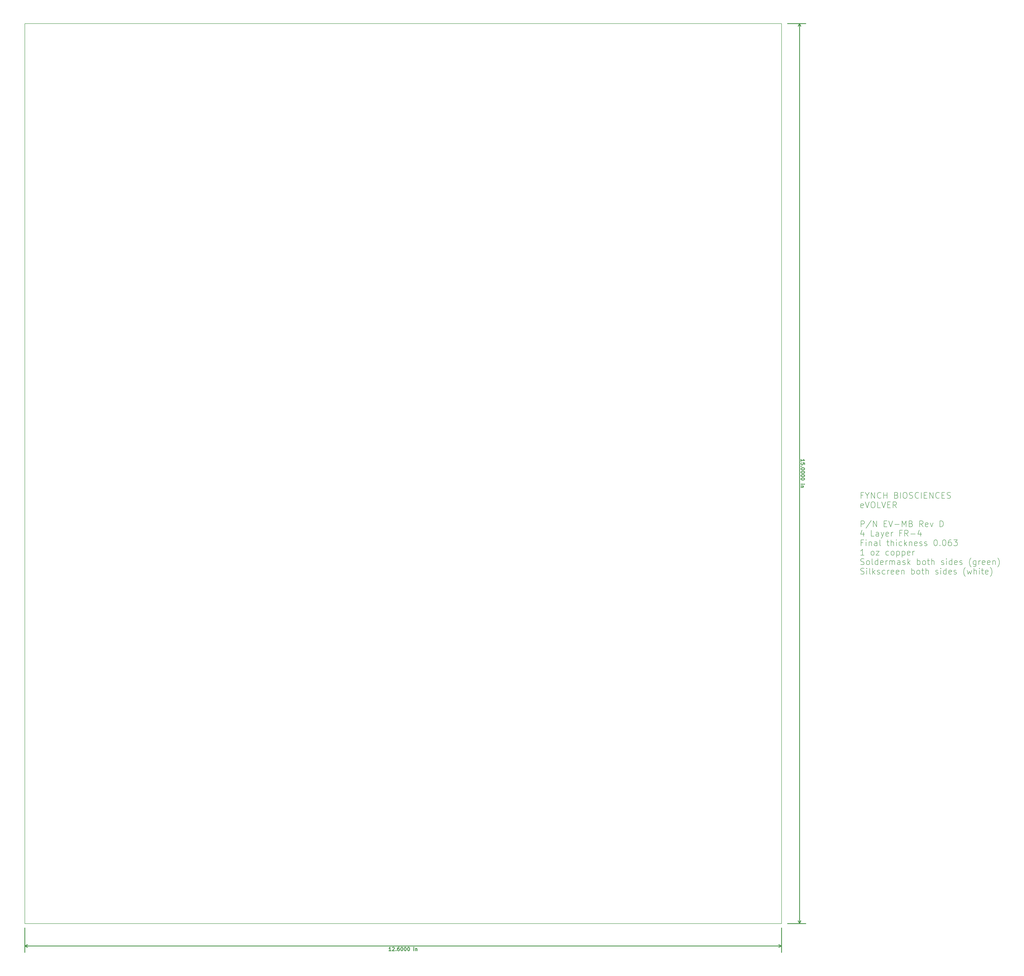
<source format=gbr>
G04 #@! TF.FileFunction,Drawing*
%FSLAX46Y46*%
G04 Gerber Fmt 4.6, Leading zero omitted, Abs format (unit mm)*
G04 Created by KiCad (PCBNEW 4.0.7) date Wednesday, October 10, 2018 'PMt' 11:05:21 PM*
%MOMM*%
%LPD*%
G01*
G04 APERTURE LIST*
%ADD10C,0.100000*%
%ADD11C,0.300000*%
%ADD12C,0.203200*%
%ADD13C,0.150000*%
G04 APERTURE END LIST*
D10*
D11*
X180312858Y-409063571D02*
X179455715Y-409063571D01*
X179884287Y-409063571D02*
X179884287Y-407563571D01*
X179741430Y-407777857D01*
X179598572Y-407920714D01*
X179455715Y-407992143D01*
X180884286Y-407706429D02*
X180955715Y-407635000D01*
X181098572Y-407563571D01*
X181455715Y-407563571D01*
X181598572Y-407635000D01*
X181670001Y-407706429D01*
X181741429Y-407849286D01*
X181741429Y-407992143D01*
X181670001Y-408206429D01*
X180812858Y-409063571D01*
X181741429Y-409063571D01*
X182384286Y-408920714D02*
X182455714Y-408992143D01*
X182384286Y-409063571D01*
X182312857Y-408992143D01*
X182384286Y-408920714D01*
X182384286Y-409063571D01*
X183741429Y-407563571D02*
X183455715Y-407563571D01*
X183312858Y-407635000D01*
X183241429Y-407706429D01*
X183098572Y-407920714D01*
X183027143Y-408206429D01*
X183027143Y-408777857D01*
X183098572Y-408920714D01*
X183170000Y-408992143D01*
X183312858Y-409063571D01*
X183598572Y-409063571D01*
X183741429Y-408992143D01*
X183812858Y-408920714D01*
X183884286Y-408777857D01*
X183884286Y-408420714D01*
X183812858Y-408277857D01*
X183741429Y-408206429D01*
X183598572Y-408135000D01*
X183312858Y-408135000D01*
X183170000Y-408206429D01*
X183098572Y-408277857D01*
X183027143Y-408420714D01*
X184812857Y-407563571D02*
X184955714Y-407563571D01*
X185098571Y-407635000D01*
X185170000Y-407706429D01*
X185241429Y-407849286D01*
X185312857Y-408135000D01*
X185312857Y-408492143D01*
X185241429Y-408777857D01*
X185170000Y-408920714D01*
X185098571Y-408992143D01*
X184955714Y-409063571D01*
X184812857Y-409063571D01*
X184670000Y-408992143D01*
X184598571Y-408920714D01*
X184527143Y-408777857D01*
X184455714Y-408492143D01*
X184455714Y-408135000D01*
X184527143Y-407849286D01*
X184598571Y-407706429D01*
X184670000Y-407635000D01*
X184812857Y-407563571D01*
X186241428Y-407563571D02*
X186384285Y-407563571D01*
X186527142Y-407635000D01*
X186598571Y-407706429D01*
X186670000Y-407849286D01*
X186741428Y-408135000D01*
X186741428Y-408492143D01*
X186670000Y-408777857D01*
X186598571Y-408920714D01*
X186527142Y-408992143D01*
X186384285Y-409063571D01*
X186241428Y-409063571D01*
X186098571Y-408992143D01*
X186027142Y-408920714D01*
X185955714Y-408777857D01*
X185884285Y-408492143D01*
X185884285Y-408135000D01*
X185955714Y-407849286D01*
X186027142Y-407706429D01*
X186098571Y-407635000D01*
X186241428Y-407563571D01*
X187669999Y-407563571D02*
X187812856Y-407563571D01*
X187955713Y-407635000D01*
X188027142Y-407706429D01*
X188098571Y-407849286D01*
X188169999Y-408135000D01*
X188169999Y-408492143D01*
X188098571Y-408777857D01*
X188027142Y-408920714D01*
X187955713Y-408992143D01*
X187812856Y-409063571D01*
X187669999Y-409063571D01*
X187527142Y-408992143D01*
X187455713Y-408920714D01*
X187384285Y-408777857D01*
X187312856Y-408492143D01*
X187312856Y-408135000D01*
X187384285Y-407849286D01*
X187455713Y-407706429D01*
X187527142Y-407635000D01*
X187669999Y-407563571D01*
X189955713Y-409063571D02*
X189955713Y-408063571D01*
X189955713Y-407563571D02*
X189884284Y-407635000D01*
X189955713Y-407706429D01*
X190027141Y-407635000D01*
X189955713Y-407563571D01*
X189955713Y-407706429D01*
X190669999Y-408063571D02*
X190669999Y-409063571D01*
X190669999Y-408206429D02*
X190741427Y-408135000D01*
X190884285Y-408063571D01*
X191098570Y-408063571D01*
X191241427Y-408135000D01*
X191312856Y-408277857D01*
X191312856Y-409063571D01*
X25400000Y-407035000D02*
X345440000Y-407035000D01*
X25400000Y-399415000D02*
X25400000Y-409735000D01*
X345440000Y-399415000D02*
X345440000Y-409735000D01*
X345440000Y-407035000D02*
X344313496Y-407621421D01*
X345440000Y-407035000D02*
X344313496Y-406448579D01*
X25400000Y-407035000D02*
X26526504Y-407621421D01*
X25400000Y-407035000D02*
X26526504Y-406448579D01*
X353731429Y-201902858D02*
X353731429Y-201045715D01*
X353731429Y-201474287D02*
X355231429Y-201474287D01*
X355017143Y-201331430D01*
X354874286Y-201188572D01*
X354802857Y-201045715D01*
X355231429Y-203260001D02*
X355231429Y-202545715D01*
X354517143Y-202474286D01*
X354588571Y-202545715D01*
X354660000Y-202688572D01*
X354660000Y-203045715D01*
X354588571Y-203188572D01*
X354517143Y-203260001D01*
X354374286Y-203331429D01*
X354017143Y-203331429D01*
X353874286Y-203260001D01*
X353802857Y-203188572D01*
X353731429Y-203045715D01*
X353731429Y-202688572D01*
X353802857Y-202545715D01*
X353874286Y-202474286D01*
X353874286Y-203974286D02*
X353802857Y-204045714D01*
X353731429Y-203974286D01*
X353802857Y-203902857D01*
X353874286Y-203974286D01*
X353731429Y-203974286D01*
X355231429Y-204974286D02*
X355231429Y-205117143D01*
X355160000Y-205260000D01*
X355088571Y-205331429D01*
X354945714Y-205402858D01*
X354660000Y-205474286D01*
X354302857Y-205474286D01*
X354017143Y-205402858D01*
X353874286Y-205331429D01*
X353802857Y-205260000D01*
X353731429Y-205117143D01*
X353731429Y-204974286D01*
X353802857Y-204831429D01*
X353874286Y-204760000D01*
X354017143Y-204688572D01*
X354302857Y-204617143D01*
X354660000Y-204617143D01*
X354945714Y-204688572D01*
X355088571Y-204760000D01*
X355160000Y-204831429D01*
X355231429Y-204974286D01*
X355231429Y-206402857D02*
X355231429Y-206545714D01*
X355160000Y-206688571D01*
X355088571Y-206760000D01*
X354945714Y-206831429D01*
X354660000Y-206902857D01*
X354302857Y-206902857D01*
X354017143Y-206831429D01*
X353874286Y-206760000D01*
X353802857Y-206688571D01*
X353731429Y-206545714D01*
X353731429Y-206402857D01*
X353802857Y-206260000D01*
X353874286Y-206188571D01*
X354017143Y-206117143D01*
X354302857Y-206045714D01*
X354660000Y-206045714D01*
X354945714Y-206117143D01*
X355088571Y-206188571D01*
X355160000Y-206260000D01*
X355231429Y-206402857D01*
X355231429Y-207831428D02*
X355231429Y-207974285D01*
X355160000Y-208117142D01*
X355088571Y-208188571D01*
X354945714Y-208260000D01*
X354660000Y-208331428D01*
X354302857Y-208331428D01*
X354017143Y-208260000D01*
X353874286Y-208188571D01*
X353802857Y-208117142D01*
X353731429Y-207974285D01*
X353731429Y-207831428D01*
X353802857Y-207688571D01*
X353874286Y-207617142D01*
X354017143Y-207545714D01*
X354302857Y-207474285D01*
X354660000Y-207474285D01*
X354945714Y-207545714D01*
X355088571Y-207617142D01*
X355160000Y-207688571D01*
X355231429Y-207831428D01*
X355231429Y-209259999D02*
X355231429Y-209402856D01*
X355160000Y-209545713D01*
X355088571Y-209617142D01*
X354945714Y-209688571D01*
X354660000Y-209759999D01*
X354302857Y-209759999D01*
X354017143Y-209688571D01*
X353874286Y-209617142D01*
X353802857Y-209545713D01*
X353731429Y-209402856D01*
X353731429Y-209259999D01*
X353802857Y-209117142D01*
X353874286Y-209045713D01*
X354017143Y-208974285D01*
X354302857Y-208902856D01*
X354660000Y-208902856D01*
X354945714Y-208974285D01*
X355088571Y-209045713D01*
X355160000Y-209117142D01*
X355231429Y-209259999D01*
X353731429Y-211545713D02*
X354731429Y-211545713D01*
X355231429Y-211545713D02*
X355160000Y-211474284D01*
X355088571Y-211545713D01*
X355160000Y-211617141D01*
X355231429Y-211545713D01*
X355088571Y-211545713D01*
X354731429Y-212259999D02*
X353731429Y-212259999D01*
X354588571Y-212259999D02*
X354660000Y-212331427D01*
X354731429Y-212474285D01*
X354731429Y-212688570D01*
X354660000Y-212831427D01*
X354517143Y-212902856D01*
X353731429Y-212902856D01*
X353060000Y-16510000D02*
X353060000Y-397510000D01*
X347980000Y-16510000D02*
X355760000Y-16510000D01*
X347980000Y-397510000D02*
X355760000Y-397510000D01*
X353060000Y-397510000D02*
X352473579Y-396383496D01*
X353060000Y-397510000D02*
X353646421Y-396383496D01*
X353060000Y-16510000D02*
X352473579Y-17636504D01*
X353060000Y-16510000D02*
X353646421Y-17636504D01*
D12*
X379911429Y-216175771D02*
X379064762Y-216175771D01*
X379064762Y-217506248D02*
X379064762Y-214966248D01*
X380274286Y-214966248D01*
X381725714Y-216296724D02*
X381725714Y-217506248D01*
X380879048Y-214966248D02*
X381725714Y-216296724D01*
X382572381Y-214966248D01*
X383419048Y-217506248D02*
X383419048Y-214966248D01*
X384870476Y-217506248D01*
X384870476Y-214966248D01*
X387531428Y-217264343D02*
X387410476Y-217385295D01*
X387047619Y-217506248D01*
X386805714Y-217506248D01*
X386442857Y-217385295D01*
X386200952Y-217143390D01*
X386080000Y-216901486D01*
X385959048Y-216417676D01*
X385959048Y-216054819D01*
X386080000Y-215571010D01*
X386200952Y-215329105D01*
X386442857Y-215087200D01*
X386805714Y-214966248D01*
X387047619Y-214966248D01*
X387410476Y-215087200D01*
X387531428Y-215208152D01*
X388620000Y-217506248D02*
X388620000Y-214966248D01*
X388620000Y-216175771D02*
X390071428Y-216175771D01*
X390071428Y-217506248D02*
X390071428Y-214966248D01*
X394062857Y-216175771D02*
X394425714Y-216296724D01*
X394546666Y-216417676D01*
X394667618Y-216659581D01*
X394667618Y-217022438D01*
X394546666Y-217264343D01*
X394425714Y-217385295D01*
X394183809Y-217506248D01*
X393216190Y-217506248D01*
X393216190Y-214966248D01*
X394062857Y-214966248D01*
X394304761Y-215087200D01*
X394425714Y-215208152D01*
X394546666Y-215450057D01*
X394546666Y-215691962D01*
X394425714Y-215933867D01*
X394304761Y-216054819D01*
X394062857Y-216175771D01*
X393216190Y-216175771D01*
X395756190Y-217506248D02*
X395756190Y-214966248D01*
X397449523Y-214966248D02*
X397933333Y-214966248D01*
X398175238Y-215087200D01*
X398417142Y-215329105D01*
X398538095Y-215812914D01*
X398538095Y-216659581D01*
X398417142Y-217143390D01*
X398175238Y-217385295D01*
X397933333Y-217506248D01*
X397449523Y-217506248D01*
X397207619Y-217385295D01*
X396965714Y-217143390D01*
X396844762Y-216659581D01*
X396844762Y-215812914D01*
X396965714Y-215329105D01*
X397207619Y-215087200D01*
X397449523Y-214966248D01*
X399505714Y-217385295D02*
X399868571Y-217506248D01*
X400473333Y-217506248D01*
X400715237Y-217385295D01*
X400836190Y-217264343D01*
X400957142Y-217022438D01*
X400957142Y-216780533D01*
X400836190Y-216538629D01*
X400715237Y-216417676D01*
X400473333Y-216296724D01*
X399989523Y-216175771D01*
X399747618Y-216054819D01*
X399626666Y-215933867D01*
X399505714Y-215691962D01*
X399505714Y-215450057D01*
X399626666Y-215208152D01*
X399747618Y-215087200D01*
X399989523Y-214966248D01*
X400594285Y-214966248D01*
X400957142Y-215087200D01*
X403497142Y-217264343D02*
X403376190Y-217385295D01*
X403013333Y-217506248D01*
X402771428Y-217506248D01*
X402408571Y-217385295D01*
X402166666Y-217143390D01*
X402045714Y-216901486D01*
X401924762Y-216417676D01*
X401924762Y-216054819D01*
X402045714Y-215571010D01*
X402166666Y-215329105D01*
X402408571Y-215087200D01*
X402771428Y-214966248D01*
X403013333Y-214966248D01*
X403376190Y-215087200D01*
X403497142Y-215208152D01*
X404585714Y-217506248D02*
X404585714Y-214966248D01*
X405795238Y-216175771D02*
X406641905Y-216175771D01*
X407004762Y-217506248D02*
X405795238Y-217506248D01*
X405795238Y-214966248D01*
X407004762Y-214966248D01*
X408093333Y-217506248D02*
X408093333Y-214966248D01*
X409544761Y-217506248D01*
X409544761Y-214966248D01*
X412205713Y-217264343D02*
X412084761Y-217385295D01*
X411721904Y-217506248D01*
X411479999Y-217506248D01*
X411117142Y-217385295D01*
X410875237Y-217143390D01*
X410754285Y-216901486D01*
X410633333Y-216417676D01*
X410633333Y-216054819D01*
X410754285Y-215571010D01*
X410875237Y-215329105D01*
X411117142Y-215087200D01*
X411479999Y-214966248D01*
X411721904Y-214966248D01*
X412084761Y-215087200D01*
X412205713Y-215208152D01*
X413294285Y-216175771D02*
X414140952Y-216175771D01*
X414503809Y-217506248D02*
X413294285Y-217506248D01*
X413294285Y-214966248D01*
X414503809Y-214966248D01*
X415471428Y-217385295D02*
X415834285Y-217506248D01*
X416439047Y-217506248D01*
X416680951Y-217385295D01*
X416801904Y-217264343D01*
X416922856Y-217022438D01*
X416922856Y-216780533D01*
X416801904Y-216538629D01*
X416680951Y-216417676D01*
X416439047Y-216296724D01*
X415955237Y-216175771D01*
X415713332Y-216054819D01*
X415592380Y-215933867D01*
X415471428Y-215691962D01*
X415471428Y-215450057D01*
X415592380Y-215208152D01*
X415713332Y-215087200D01*
X415955237Y-214966248D01*
X416559999Y-214966248D01*
X416922856Y-215087200D01*
X380032381Y-221398495D02*
X379790476Y-221519448D01*
X379306667Y-221519448D01*
X379064762Y-221398495D01*
X378943810Y-221156590D01*
X378943810Y-220188971D01*
X379064762Y-219947067D01*
X379306667Y-219826114D01*
X379790476Y-219826114D01*
X380032381Y-219947067D01*
X380153333Y-220188971D01*
X380153333Y-220430876D01*
X378943810Y-220672781D01*
X380879048Y-218979448D02*
X381725714Y-221519448D01*
X382572381Y-218979448D01*
X383902857Y-218979448D02*
X384386667Y-218979448D01*
X384628572Y-219100400D01*
X384870476Y-219342305D01*
X384991429Y-219826114D01*
X384991429Y-220672781D01*
X384870476Y-221156590D01*
X384628572Y-221398495D01*
X384386667Y-221519448D01*
X383902857Y-221519448D01*
X383660953Y-221398495D01*
X383419048Y-221156590D01*
X383298096Y-220672781D01*
X383298096Y-219826114D01*
X383419048Y-219342305D01*
X383660953Y-219100400D01*
X383902857Y-218979448D01*
X387289524Y-221519448D02*
X386080000Y-221519448D01*
X386080000Y-218979448D01*
X387773333Y-218979448D02*
X388619999Y-221519448D01*
X389466666Y-218979448D01*
X390313333Y-220188971D02*
X391160000Y-220188971D01*
X391522857Y-221519448D02*
X390313333Y-221519448D01*
X390313333Y-218979448D01*
X391522857Y-218979448D01*
X394062856Y-221519448D02*
X393216190Y-220309924D01*
X392611428Y-221519448D02*
X392611428Y-218979448D01*
X393579047Y-218979448D01*
X393820952Y-219100400D01*
X393941904Y-219221352D01*
X394062856Y-219463257D01*
X394062856Y-219826114D01*
X393941904Y-220068019D01*
X393820952Y-220188971D01*
X393579047Y-220309924D01*
X392611428Y-220309924D01*
X379064762Y-229545848D02*
X379064762Y-227005848D01*
X380032381Y-227005848D01*
X380274286Y-227126800D01*
X380395238Y-227247752D01*
X380516190Y-227489657D01*
X380516190Y-227852514D01*
X380395238Y-228094419D01*
X380274286Y-228215371D01*
X380032381Y-228336324D01*
X379064762Y-228336324D01*
X383419048Y-226884895D02*
X381241905Y-230150610D01*
X384265714Y-229545848D02*
X384265714Y-227005848D01*
X385717142Y-229545848D01*
X385717142Y-227005848D01*
X388861904Y-228215371D02*
X389708571Y-228215371D01*
X390071428Y-229545848D02*
X388861904Y-229545848D01*
X388861904Y-227005848D01*
X390071428Y-227005848D01*
X390797142Y-227005848D02*
X391643808Y-229545848D01*
X392490475Y-227005848D01*
X393337142Y-228578229D02*
X395272380Y-228578229D01*
X396481904Y-229545848D02*
X396481904Y-227005848D01*
X397328571Y-228820133D01*
X398175237Y-227005848D01*
X398175237Y-229545848D01*
X400231428Y-228215371D02*
X400594285Y-228336324D01*
X400715237Y-228457276D01*
X400836189Y-228699181D01*
X400836189Y-229062038D01*
X400715237Y-229303943D01*
X400594285Y-229424895D01*
X400352380Y-229545848D01*
X399384761Y-229545848D01*
X399384761Y-227005848D01*
X400231428Y-227005848D01*
X400473332Y-227126800D01*
X400594285Y-227247752D01*
X400715237Y-227489657D01*
X400715237Y-227731562D01*
X400594285Y-227973467D01*
X400473332Y-228094419D01*
X400231428Y-228215371D01*
X399384761Y-228215371D01*
X405311427Y-229545848D02*
X404464761Y-228336324D01*
X403859999Y-229545848D02*
X403859999Y-227005848D01*
X404827618Y-227005848D01*
X405069523Y-227126800D01*
X405190475Y-227247752D01*
X405311427Y-227489657D01*
X405311427Y-227852514D01*
X405190475Y-228094419D01*
X405069523Y-228215371D01*
X404827618Y-228336324D01*
X403859999Y-228336324D01*
X407367618Y-229424895D02*
X407125713Y-229545848D01*
X406641904Y-229545848D01*
X406399999Y-229424895D01*
X406279047Y-229182990D01*
X406279047Y-228215371D01*
X406399999Y-227973467D01*
X406641904Y-227852514D01*
X407125713Y-227852514D01*
X407367618Y-227973467D01*
X407488570Y-228215371D01*
X407488570Y-228457276D01*
X406279047Y-228699181D01*
X408335237Y-227852514D02*
X408939999Y-229545848D01*
X409544761Y-227852514D01*
X412447618Y-229545848D02*
X412447618Y-227005848D01*
X413052380Y-227005848D01*
X413415237Y-227126800D01*
X413657142Y-227368705D01*
X413778094Y-227610610D01*
X413899046Y-228094419D01*
X413899046Y-228457276D01*
X413778094Y-228941086D01*
X413657142Y-229182990D01*
X413415237Y-229424895D01*
X413052380Y-229545848D01*
X412447618Y-229545848D01*
X380153333Y-231865714D02*
X380153333Y-233559048D01*
X379548571Y-230898095D02*
X378943810Y-232712381D01*
X380516190Y-232712381D01*
X384628572Y-233559048D02*
X383419048Y-233559048D01*
X383419048Y-231019048D01*
X386563809Y-233559048D02*
X386563809Y-232228571D01*
X386442857Y-231986667D01*
X386200952Y-231865714D01*
X385717143Y-231865714D01*
X385475238Y-231986667D01*
X386563809Y-233438095D02*
X386321905Y-233559048D01*
X385717143Y-233559048D01*
X385475238Y-233438095D01*
X385354286Y-233196190D01*
X385354286Y-232954286D01*
X385475238Y-232712381D01*
X385717143Y-232591429D01*
X386321905Y-232591429D01*
X386563809Y-232470476D01*
X387531428Y-231865714D02*
X388136190Y-233559048D01*
X388740952Y-231865714D02*
X388136190Y-233559048D01*
X387894285Y-234163810D01*
X387773333Y-234284762D01*
X387531428Y-234405714D01*
X390676190Y-233438095D02*
X390434285Y-233559048D01*
X389950476Y-233559048D01*
X389708571Y-233438095D01*
X389587619Y-233196190D01*
X389587619Y-232228571D01*
X389708571Y-231986667D01*
X389950476Y-231865714D01*
X390434285Y-231865714D01*
X390676190Y-231986667D01*
X390797142Y-232228571D01*
X390797142Y-232470476D01*
X389587619Y-232712381D01*
X391885714Y-233559048D02*
X391885714Y-231865714D01*
X391885714Y-232349524D02*
X392006666Y-232107619D01*
X392127619Y-231986667D01*
X392369523Y-231865714D01*
X392611428Y-231865714D01*
X396240000Y-232228571D02*
X395393333Y-232228571D01*
X395393333Y-233559048D02*
X395393333Y-231019048D01*
X396602857Y-231019048D01*
X399021904Y-233559048D02*
X398175238Y-232349524D01*
X397570476Y-233559048D02*
X397570476Y-231019048D01*
X398538095Y-231019048D01*
X398780000Y-231140000D01*
X398900952Y-231260952D01*
X399021904Y-231502857D01*
X399021904Y-231865714D01*
X398900952Y-232107619D01*
X398780000Y-232228571D01*
X398538095Y-232349524D01*
X397570476Y-232349524D01*
X400110476Y-232591429D02*
X402045714Y-232591429D01*
X404343809Y-231865714D02*
X404343809Y-233559048D01*
X403739047Y-230898095D02*
X403134286Y-232712381D01*
X404706666Y-232712381D01*
X379911429Y-236241771D02*
X379064762Y-236241771D01*
X379064762Y-237572248D02*
X379064762Y-235032248D01*
X380274286Y-235032248D01*
X381241905Y-237572248D02*
X381241905Y-235878914D01*
X381241905Y-235032248D02*
X381120953Y-235153200D01*
X381241905Y-235274152D01*
X381362857Y-235153200D01*
X381241905Y-235032248D01*
X381241905Y-235274152D01*
X382451429Y-235878914D02*
X382451429Y-237572248D01*
X382451429Y-236120819D02*
X382572381Y-235999867D01*
X382814286Y-235878914D01*
X383177143Y-235878914D01*
X383419048Y-235999867D01*
X383540000Y-236241771D01*
X383540000Y-237572248D01*
X385838095Y-237572248D02*
X385838095Y-236241771D01*
X385717143Y-235999867D01*
X385475238Y-235878914D01*
X384991429Y-235878914D01*
X384749524Y-235999867D01*
X385838095Y-237451295D02*
X385596191Y-237572248D01*
X384991429Y-237572248D01*
X384749524Y-237451295D01*
X384628572Y-237209390D01*
X384628572Y-236967486D01*
X384749524Y-236725581D01*
X384991429Y-236604629D01*
X385596191Y-236604629D01*
X385838095Y-236483676D01*
X387410476Y-237572248D02*
X387168571Y-237451295D01*
X387047619Y-237209390D01*
X387047619Y-235032248D01*
X389950476Y-235878914D02*
X390918095Y-235878914D01*
X390313333Y-235032248D02*
X390313333Y-237209390D01*
X390434285Y-237451295D01*
X390676190Y-237572248D01*
X390918095Y-237572248D01*
X391764762Y-237572248D02*
X391764762Y-235032248D01*
X392853333Y-237572248D02*
X392853333Y-236241771D01*
X392732381Y-235999867D01*
X392490476Y-235878914D01*
X392127619Y-235878914D01*
X391885714Y-235999867D01*
X391764762Y-236120819D01*
X394062857Y-237572248D02*
X394062857Y-235878914D01*
X394062857Y-235032248D02*
X393941905Y-235153200D01*
X394062857Y-235274152D01*
X394183809Y-235153200D01*
X394062857Y-235032248D01*
X394062857Y-235274152D01*
X396360952Y-237451295D02*
X396119048Y-237572248D01*
X395635238Y-237572248D01*
X395393333Y-237451295D01*
X395272381Y-237330343D01*
X395151429Y-237088438D01*
X395151429Y-236362724D01*
X395272381Y-236120819D01*
X395393333Y-235999867D01*
X395635238Y-235878914D01*
X396119048Y-235878914D01*
X396360952Y-235999867D01*
X397449524Y-237572248D02*
X397449524Y-235032248D01*
X397691429Y-236604629D02*
X398417143Y-237572248D01*
X398417143Y-235878914D02*
X397449524Y-236846533D01*
X399505714Y-235878914D02*
X399505714Y-237572248D01*
X399505714Y-236120819D02*
X399626666Y-235999867D01*
X399868571Y-235878914D01*
X400231428Y-235878914D01*
X400473333Y-235999867D01*
X400594285Y-236241771D01*
X400594285Y-237572248D01*
X402771428Y-237451295D02*
X402529523Y-237572248D01*
X402045714Y-237572248D01*
X401803809Y-237451295D01*
X401682857Y-237209390D01*
X401682857Y-236241771D01*
X401803809Y-235999867D01*
X402045714Y-235878914D01*
X402529523Y-235878914D01*
X402771428Y-235999867D01*
X402892380Y-236241771D01*
X402892380Y-236483676D01*
X401682857Y-236725581D01*
X403860000Y-237451295D02*
X404101904Y-237572248D01*
X404585714Y-237572248D01*
X404827619Y-237451295D01*
X404948571Y-237209390D01*
X404948571Y-237088438D01*
X404827619Y-236846533D01*
X404585714Y-236725581D01*
X404222857Y-236725581D01*
X403980952Y-236604629D01*
X403860000Y-236362724D01*
X403860000Y-236241771D01*
X403980952Y-235999867D01*
X404222857Y-235878914D01*
X404585714Y-235878914D01*
X404827619Y-235999867D01*
X405916190Y-237451295D02*
X406158094Y-237572248D01*
X406641904Y-237572248D01*
X406883809Y-237451295D01*
X407004761Y-237209390D01*
X407004761Y-237088438D01*
X406883809Y-236846533D01*
X406641904Y-236725581D01*
X406279047Y-236725581D01*
X406037142Y-236604629D01*
X405916190Y-236362724D01*
X405916190Y-236241771D01*
X406037142Y-235999867D01*
X406279047Y-235878914D01*
X406641904Y-235878914D01*
X406883809Y-235999867D01*
X410512379Y-235032248D02*
X410754284Y-235032248D01*
X410996189Y-235153200D01*
X411117141Y-235274152D01*
X411238094Y-235516057D01*
X411359046Y-235999867D01*
X411359046Y-236604629D01*
X411238094Y-237088438D01*
X411117141Y-237330343D01*
X410996189Y-237451295D01*
X410754284Y-237572248D01*
X410512379Y-237572248D01*
X410270475Y-237451295D01*
X410149522Y-237330343D01*
X410028570Y-237088438D01*
X409907618Y-236604629D01*
X409907618Y-235999867D01*
X410028570Y-235516057D01*
X410149522Y-235274152D01*
X410270475Y-235153200D01*
X410512379Y-235032248D01*
X412447618Y-237330343D02*
X412568570Y-237451295D01*
X412447618Y-237572248D01*
X412326666Y-237451295D01*
X412447618Y-237330343D01*
X412447618Y-237572248D01*
X414140951Y-235032248D02*
X414382856Y-235032248D01*
X414624761Y-235153200D01*
X414745713Y-235274152D01*
X414866666Y-235516057D01*
X414987618Y-235999867D01*
X414987618Y-236604629D01*
X414866666Y-237088438D01*
X414745713Y-237330343D01*
X414624761Y-237451295D01*
X414382856Y-237572248D01*
X414140951Y-237572248D01*
X413899047Y-237451295D01*
X413778094Y-237330343D01*
X413657142Y-237088438D01*
X413536190Y-236604629D01*
X413536190Y-235999867D01*
X413657142Y-235516057D01*
X413778094Y-235274152D01*
X413899047Y-235153200D01*
X414140951Y-235032248D01*
X417164761Y-235032248D02*
X416680952Y-235032248D01*
X416439047Y-235153200D01*
X416318095Y-235274152D01*
X416076190Y-235637010D01*
X415955238Y-236120819D01*
X415955238Y-237088438D01*
X416076190Y-237330343D01*
X416197142Y-237451295D01*
X416439047Y-237572248D01*
X416922857Y-237572248D01*
X417164761Y-237451295D01*
X417285714Y-237330343D01*
X417406666Y-237088438D01*
X417406666Y-236483676D01*
X417285714Y-236241771D01*
X417164761Y-236120819D01*
X416922857Y-235999867D01*
X416439047Y-235999867D01*
X416197142Y-236120819D01*
X416076190Y-236241771D01*
X415955238Y-236483676D01*
X418253333Y-235032248D02*
X419825714Y-235032248D01*
X418979047Y-235999867D01*
X419341905Y-235999867D01*
X419583809Y-236120819D01*
X419704762Y-236241771D01*
X419825714Y-236483676D01*
X419825714Y-237088438D01*
X419704762Y-237330343D01*
X419583809Y-237451295D01*
X419341905Y-237572248D01*
X418616190Y-237572248D01*
X418374286Y-237451295D01*
X418253333Y-237330343D01*
X380395238Y-241585448D02*
X378943810Y-241585448D01*
X379669524Y-241585448D02*
X379669524Y-239045448D01*
X379427619Y-239408305D01*
X379185714Y-239650210D01*
X378943810Y-239771162D01*
X383781905Y-241585448D02*
X383540000Y-241464495D01*
X383419048Y-241343543D01*
X383298096Y-241101638D01*
X383298096Y-240375924D01*
X383419048Y-240134019D01*
X383540000Y-240013067D01*
X383781905Y-239892114D01*
X384144762Y-239892114D01*
X384386667Y-240013067D01*
X384507619Y-240134019D01*
X384628572Y-240375924D01*
X384628572Y-241101638D01*
X384507619Y-241343543D01*
X384386667Y-241464495D01*
X384144762Y-241585448D01*
X383781905Y-241585448D01*
X385475238Y-239892114D02*
X386805714Y-239892114D01*
X385475238Y-241585448D01*
X386805714Y-241585448D01*
X390797142Y-241464495D02*
X390555238Y-241585448D01*
X390071428Y-241585448D01*
X389829523Y-241464495D01*
X389708571Y-241343543D01*
X389587619Y-241101638D01*
X389587619Y-240375924D01*
X389708571Y-240134019D01*
X389829523Y-240013067D01*
X390071428Y-239892114D01*
X390555238Y-239892114D01*
X390797142Y-240013067D01*
X392248571Y-241585448D02*
X392006666Y-241464495D01*
X391885714Y-241343543D01*
X391764762Y-241101638D01*
X391764762Y-240375924D01*
X391885714Y-240134019D01*
X392006666Y-240013067D01*
X392248571Y-239892114D01*
X392611428Y-239892114D01*
X392853333Y-240013067D01*
X392974285Y-240134019D01*
X393095238Y-240375924D01*
X393095238Y-241101638D01*
X392974285Y-241343543D01*
X392853333Y-241464495D01*
X392611428Y-241585448D01*
X392248571Y-241585448D01*
X394183809Y-239892114D02*
X394183809Y-242432114D01*
X394183809Y-240013067D02*
X394425714Y-239892114D01*
X394909523Y-239892114D01*
X395151428Y-240013067D01*
X395272380Y-240134019D01*
X395393333Y-240375924D01*
X395393333Y-241101638D01*
X395272380Y-241343543D01*
X395151428Y-241464495D01*
X394909523Y-241585448D01*
X394425714Y-241585448D01*
X394183809Y-241464495D01*
X396481904Y-239892114D02*
X396481904Y-242432114D01*
X396481904Y-240013067D02*
X396723809Y-239892114D01*
X397207618Y-239892114D01*
X397449523Y-240013067D01*
X397570475Y-240134019D01*
X397691428Y-240375924D01*
X397691428Y-241101638D01*
X397570475Y-241343543D01*
X397449523Y-241464495D01*
X397207618Y-241585448D01*
X396723809Y-241585448D01*
X396481904Y-241464495D01*
X399747618Y-241464495D02*
X399505713Y-241585448D01*
X399021904Y-241585448D01*
X398779999Y-241464495D01*
X398659047Y-241222590D01*
X398659047Y-240254971D01*
X398779999Y-240013067D01*
X399021904Y-239892114D01*
X399505713Y-239892114D01*
X399747618Y-240013067D01*
X399868570Y-240254971D01*
X399868570Y-240496876D01*
X398659047Y-240738781D01*
X400957142Y-241585448D02*
X400957142Y-239892114D01*
X400957142Y-240375924D02*
X401078094Y-240134019D01*
X401199047Y-240013067D01*
X401440951Y-239892114D01*
X401682856Y-239892114D01*
X378943810Y-245477695D02*
X379306667Y-245598648D01*
X379911429Y-245598648D01*
X380153333Y-245477695D01*
X380274286Y-245356743D01*
X380395238Y-245114838D01*
X380395238Y-244872933D01*
X380274286Y-244631029D01*
X380153333Y-244510076D01*
X379911429Y-244389124D01*
X379427619Y-244268171D01*
X379185714Y-244147219D01*
X379064762Y-244026267D01*
X378943810Y-243784362D01*
X378943810Y-243542457D01*
X379064762Y-243300552D01*
X379185714Y-243179600D01*
X379427619Y-243058648D01*
X380032381Y-243058648D01*
X380395238Y-243179600D01*
X381846667Y-245598648D02*
X381604762Y-245477695D01*
X381483810Y-245356743D01*
X381362858Y-245114838D01*
X381362858Y-244389124D01*
X381483810Y-244147219D01*
X381604762Y-244026267D01*
X381846667Y-243905314D01*
X382209524Y-243905314D01*
X382451429Y-244026267D01*
X382572381Y-244147219D01*
X382693334Y-244389124D01*
X382693334Y-245114838D01*
X382572381Y-245356743D01*
X382451429Y-245477695D01*
X382209524Y-245598648D01*
X381846667Y-245598648D01*
X384144762Y-245598648D02*
X383902857Y-245477695D01*
X383781905Y-245235790D01*
X383781905Y-243058648D01*
X386200952Y-245598648D02*
X386200952Y-243058648D01*
X386200952Y-245477695D02*
X385959048Y-245598648D01*
X385475238Y-245598648D01*
X385233333Y-245477695D01*
X385112381Y-245356743D01*
X384991429Y-245114838D01*
X384991429Y-244389124D01*
X385112381Y-244147219D01*
X385233333Y-244026267D01*
X385475238Y-243905314D01*
X385959048Y-243905314D01*
X386200952Y-244026267D01*
X388378095Y-245477695D02*
X388136190Y-245598648D01*
X387652381Y-245598648D01*
X387410476Y-245477695D01*
X387289524Y-245235790D01*
X387289524Y-244268171D01*
X387410476Y-244026267D01*
X387652381Y-243905314D01*
X388136190Y-243905314D01*
X388378095Y-244026267D01*
X388499047Y-244268171D01*
X388499047Y-244510076D01*
X387289524Y-244751981D01*
X389587619Y-245598648D02*
X389587619Y-243905314D01*
X389587619Y-244389124D02*
X389708571Y-244147219D01*
X389829524Y-244026267D01*
X390071428Y-243905314D01*
X390313333Y-243905314D01*
X391160000Y-245598648D02*
X391160000Y-243905314D01*
X391160000Y-244147219D02*
X391280952Y-244026267D01*
X391522857Y-243905314D01*
X391885714Y-243905314D01*
X392127619Y-244026267D01*
X392248571Y-244268171D01*
X392248571Y-245598648D01*
X392248571Y-244268171D02*
X392369524Y-244026267D01*
X392611428Y-243905314D01*
X392974286Y-243905314D01*
X393216190Y-244026267D01*
X393337143Y-244268171D01*
X393337143Y-245598648D01*
X395635238Y-245598648D02*
X395635238Y-244268171D01*
X395514286Y-244026267D01*
X395272381Y-243905314D01*
X394788572Y-243905314D01*
X394546667Y-244026267D01*
X395635238Y-245477695D02*
X395393334Y-245598648D01*
X394788572Y-245598648D01*
X394546667Y-245477695D01*
X394425715Y-245235790D01*
X394425715Y-244993886D01*
X394546667Y-244751981D01*
X394788572Y-244631029D01*
X395393334Y-244631029D01*
X395635238Y-244510076D01*
X396723810Y-245477695D02*
X396965714Y-245598648D01*
X397449524Y-245598648D01*
X397691429Y-245477695D01*
X397812381Y-245235790D01*
X397812381Y-245114838D01*
X397691429Y-244872933D01*
X397449524Y-244751981D01*
X397086667Y-244751981D01*
X396844762Y-244631029D01*
X396723810Y-244389124D01*
X396723810Y-244268171D01*
X396844762Y-244026267D01*
X397086667Y-243905314D01*
X397449524Y-243905314D01*
X397691429Y-244026267D01*
X398900952Y-245598648D02*
X398900952Y-243058648D01*
X399142857Y-244631029D02*
X399868571Y-245598648D01*
X399868571Y-243905314D02*
X398900952Y-244872933D01*
X402892380Y-245598648D02*
X402892380Y-243058648D01*
X402892380Y-244026267D02*
X403134285Y-243905314D01*
X403618094Y-243905314D01*
X403859999Y-244026267D01*
X403980951Y-244147219D01*
X404101904Y-244389124D01*
X404101904Y-245114838D01*
X403980951Y-245356743D01*
X403859999Y-245477695D01*
X403618094Y-245598648D01*
X403134285Y-245598648D01*
X402892380Y-245477695D01*
X405553332Y-245598648D02*
X405311427Y-245477695D01*
X405190475Y-245356743D01*
X405069523Y-245114838D01*
X405069523Y-244389124D01*
X405190475Y-244147219D01*
X405311427Y-244026267D01*
X405553332Y-243905314D01*
X405916189Y-243905314D01*
X406158094Y-244026267D01*
X406279046Y-244147219D01*
X406399999Y-244389124D01*
X406399999Y-245114838D01*
X406279046Y-245356743D01*
X406158094Y-245477695D01*
X405916189Y-245598648D01*
X405553332Y-245598648D01*
X407125713Y-243905314D02*
X408093332Y-243905314D01*
X407488570Y-243058648D02*
X407488570Y-245235790D01*
X407609522Y-245477695D01*
X407851427Y-245598648D01*
X408093332Y-245598648D01*
X408939999Y-245598648D02*
X408939999Y-243058648D01*
X410028570Y-245598648D02*
X410028570Y-244268171D01*
X409907618Y-244026267D01*
X409665713Y-243905314D01*
X409302856Y-243905314D01*
X409060951Y-244026267D01*
X408939999Y-244147219D01*
X413052380Y-245477695D02*
X413294284Y-245598648D01*
X413778094Y-245598648D01*
X414019999Y-245477695D01*
X414140951Y-245235790D01*
X414140951Y-245114838D01*
X414019999Y-244872933D01*
X413778094Y-244751981D01*
X413415237Y-244751981D01*
X413173332Y-244631029D01*
X413052380Y-244389124D01*
X413052380Y-244268171D01*
X413173332Y-244026267D01*
X413415237Y-243905314D01*
X413778094Y-243905314D01*
X414019999Y-244026267D01*
X415229522Y-245598648D02*
X415229522Y-243905314D01*
X415229522Y-243058648D02*
X415108570Y-243179600D01*
X415229522Y-243300552D01*
X415350474Y-243179600D01*
X415229522Y-243058648D01*
X415229522Y-243300552D01*
X417527617Y-245598648D02*
X417527617Y-243058648D01*
X417527617Y-245477695D02*
X417285713Y-245598648D01*
X416801903Y-245598648D01*
X416559998Y-245477695D01*
X416439046Y-245356743D01*
X416318094Y-245114838D01*
X416318094Y-244389124D01*
X416439046Y-244147219D01*
X416559998Y-244026267D01*
X416801903Y-243905314D01*
X417285713Y-243905314D01*
X417527617Y-244026267D01*
X419704760Y-245477695D02*
X419462855Y-245598648D01*
X418979046Y-245598648D01*
X418737141Y-245477695D01*
X418616189Y-245235790D01*
X418616189Y-244268171D01*
X418737141Y-244026267D01*
X418979046Y-243905314D01*
X419462855Y-243905314D01*
X419704760Y-244026267D01*
X419825712Y-244268171D01*
X419825712Y-244510076D01*
X418616189Y-244751981D01*
X420793332Y-245477695D02*
X421035236Y-245598648D01*
X421519046Y-245598648D01*
X421760951Y-245477695D01*
X421881903Y-245235790D01*
X421881903Y-245114838D01*
X421760951Y-244872933D01*
X421519046Y-244751981D01*
X421156189Y-244751981D01*
X420914284Y-244631029D01*
X420793332Y-244389124D01*
X420793332Y-244268171D01*
X420914284Y-244026267D01*
X421156189Y-243905314D01*
X421519046Y-243905314D01*
X421760951Y-244026267D01*
X425631426Y-246566267D02*
X425510474Y-246445314D01*
X425268569Y-246082457D01*
X425147617Y-245840552D01*
X425026664Y-245477695D01*
X424905712Y-244872933D01*
X424905712Y-244389124D01*
X425026664Y-243784362D01*
X425147617Y-243421505D01*
X425268569Y-243179600D01*
X425510474Y-242816743D01*
X425631426Y-242695790D01*
X427687616Y-243905314D02*
X427687616Y-245961505D01*
X427566664Y-246203410D01*
X427445712Y-246324362D01*
X427203807Y-246445314D01*
X426840950Y-246445314D01*
X426599045Y-246324362D01*
X427687616Y-245477695D02*
X427445712Y-245598648D01*
X426961902Y-245598648D01*
X426719997Y-245477695D01*
X426599045Y-245356743D01*
X426478093Y-245114838D01*
X426478093Y-244389124D01*
X426599045Y-244147219D01*
X426719997Y-244026267D01*
X426961902Y-243905314D01*
X427445712Y-243905314D01*
X427687616Y-244026267D01*
X428897140Y-245598648D02*
X428897140Y-243905314D01*
X428897140Y-244389124D02*
X429018092Y-244147219D01*
X429139045Y-244026267D01*
X429380949Y-243905314D01*
X429622854Y-243905314D01*
X431437140Y-245477695D02*
X431195235Y-245598648D01*
X430711426Y-245598648D01*
X430469521Y-245477695D01*
X430348569Y-245235790D01*
X430348569Y-244268171D01*
X430469521Y-244026267D01*
X430711426Y-243905314D01*
X431195235Y-243905314D01*
X431437140Y-244026267D01*
X431558092Y-244268171D01*
X431558092Y-244510076D01*
X430348569Y-244751981D01*
X433614283Y-245477695D02*
X433372378Y-245598648D01*
X432888569Y-245598648D01*
X432646664Y-245477695D01*
X432525712Y-245235790D01*
X432525712Y-244268171D01*
X432646664Y-244026267D01*
X432888569Y-243905314D01*
X433372378Y-243905314D01*
X433614283Y-244026267D01*
X433735235Y-244268171D01*
X433735235Y-244510076D01*
X432525712Y-244751981D01*
X434823807Y-243905314D02*
X434823807Y-245598648D01*
X434823807Y-244147219D02*
X434944759Y-244026267D01*
X435186664Y-243905314D01*
X435549521Y-243905314D01*
X435791426Y-244026267D01*
X435912378Y-244268171D01*
X435912378Y-245598648D01*
X436879997Y-246566267D02*
X437000950Y-246445314D01*
X437242854Y-246082457D01*
X437363807Y-245840552D01*
X437484759Y-245477695D01*
X437605711Y-244872933D01*
X437605711Y-244389124D01*
X437484759Y-243784362D01*
X437363807Y-243421505D01*
X437242854Y-243179600D01*
X437000950Y-242816743D01*
X436879997Y-242695790D01*
X378943810Y-249490895D02*
X379306667Y-249611848D01*
X379911429Y-249611848D01*
X380153333Y-249490895D01*
X380274286Y-249369943D01*
X380395238Y-249128038D01*
X380395238Y-248886133D01*
X380274286Y-248644229D01*
X380153333Y-248523276D01*
X379911429Y-248402324D01*
X379427619Y-248281371D01*
X379185714Y-248160419D01*
X379064762Y-248039467D01*
X378943810Y-247797562D01*
X378943810Y-247555657D01*
X379064762Y-247313752D01*
X379185714Y-247192800D01*
X379427619Y-247071848D01*
X380032381Y-247071848D01*
X380395238Y-247192800D01*
X381483810Y-249611848D02*
X381483810Y-247918514D01*
X381483810Y-247071848D02*
X381362858Y-247192800D01*
X381483810Y-247313752D01*
X381604762Y-247192800D01*
X381483810Y-247071848D01*
X381483810Y-247313752D01*
X383056191Y-249611848D02*
X382814286Y-249490895D01*
X382693334Y-249248990D01*
X382693334Y-247071848D01*
X384023810Y-249611848D02*
X384023810Y-247071848D01*
X384265715Y-248644229D02*
X384991429Y-249611848D01*
X384991429Y-247918514D02*
X384023810Y-248886133D01*
X385959048Y-249490895D02*
X386200952Y-249611848D01*
X386684762Y-249611848D01*
X386926667Y-249490895D01*
X387047619Y-249248990D01*
X387047619Y-249128038D01*
X386926667Y-248886133D01*
X386684762Y-248765181D01*
X386321905Y-248765181D01*
X386080000Y-248644229D01*
X385959048Y-248402324D01*
X385959048Y-248281371D01*
X386080000Y-248039467D01*
X386321905Y-247918514D01*
X386684762Y-247918514D01*
X386926667Y-248039467D01*
X389224761Y-249490895D02*
X388982857Y-249611848D01*
X388499047Y-249611848D01*
X388257142Y-249490895D01*
X388136190Y-249369943D01*
X388015238Y-249128038D01*
X388015238Y-248402324D01*
X388136190Y-248160419D01*
X388257142Y-248039467D01*
X388499047Y-247918514D01*
X388982857Y-247918514D01*
X389224761Y-248039467D01*
X390313333Y-249611848D02*
X390313333Y-247918514D01*
X390313333Y-248402324D02*
X390434285Y-248160419D01*
X390555238Y-248039467D01*
X390797142Y-247918514D01*
X391039047Y-247918514D01*
X392853333Y-249490895D02*
X392611428Y-249611848D01*
X392127619Y-249611848D01*
X391885714Y-249490895D01*
X391764762Y-249248990D01*
X391764762Y-248281371D01*
X391885714Y-248039467D01*
X392127619Y-247918514D01*
X392611428Y-247918514D01*
X392853333Y-248039467D01*
X392974285Y-248281371D01*
X392974285Y-248523276D01*
X391764762Y-248765181D01*
X395030476Y-249490895D02*
X394788571Y-249611848D01*
X394304762Y-249611848D01*
X394062857Y-249490895D01*
X393941905Y-249248990D01*
X393941905Y-248281371D01*
X394062857Y-248039467D01*
X394304762Y-247918514D01*
X394788571Y-247918514D01*
X395030476Y-248039467D01*
X395151428Y-248281371D01*
X395151428Y-248523276D01*
X393941905Y-248765181D01*
X396240000Y-247918514D02*
X396240000Y-249611848D01*
X396240000Y-248160419D02*
X396360952Y-248039467D01*
X396602857Y-247918514D01*
X396965714Y-247918514D01*
X397207619Y-248039467D01*
X397328571Y-248281371D01*
X397328571Y-249611848D01*
X400473333Y-249611848D02*
X400473333Y-247071848D01*
X400473333Y-248039467D02*
X400715238Y-247918514D01*
X401199047Y-247918514D01*
X401440952Y-248039467D01*
X401561904Y-248160419D01*
X401682857Y-248402324D01*
X401682857Y-249128038D01*
X401561904Y-249369943D01*
X401440952Y-249490895D01*
X401199047Y-249611848D01*
X400715238Y-249611848D01*
X400473333Y-249490895D01*
X403134285Y-249611848D02*
X402892380Y-249490895D01*
X402771428Y-249369943D01*
X402650476Y-249128038D01*
X402650476Y-248402324D01*
X402771428Y-248160419D01*
X402892380Y-248039467D01*
X403134285Y-247918514D01*
X403497142Y-247918514D01*
X403739047Y-248039467D01*
X403859999Y-248160419D01*
X403980952Y-248402324D01*
X403980952Y-249128038D01*
X403859999Y-249369943D01*
X403739047Y-249490895D01*
X403497142Y-249611848D01*
X403134285Y-249611848D01*
X404706666Y-247918514D02*
X405674285Y-247918514D01*
X405069523Y-247071848D02*
X405069523Y-249248990D01*
X405190475Y-249490895D01*
X405432380Y-249611848D01*
X405674285Y-249611848D01*
X406520952Y-249611848D02*
X406520952Y-247071848D01*
X407609523Y-249611848D02*
X407609523Y-248281371D01*
X407488571Y-248039467D01*
X407246666Y-247918514D01*
X406883809Y-247918514D01*
X406641904Y-248039467D01*
X406520952Y-248160419D01*
X410633333Y-249490895D02*
X410875237Y-249611848D01*
X411359047Y-249611848D01*
X411600952Y-249490895D01*
X411721904Y-249248990D01*
X411721904Y-249128038D01*
X411600952Y-248886133D01*
X411359047Y-248765181D01*
X410996190Y-248765181D01*
X410754285Y-248644229D01*
X410633333Y-248402324D01*
X410633333Y-248281371D01*
X410754285Y-248039467D01*
X410996190Y-247918514D01*
X411359047Y-247918514D01*
X411600952Y-248039467D01*
X412810475Y-249611848D02*
X412810475Y-247918514D01*
X412810475Y-247071848D02*
X412689523Y-247192800D01*
X412810475Y-247313752D01*
X412931427Y-247192800D01*
X412810475Y-247071848D01*
X412810475Y-247313752D01*
X415108570Y-249611848D02*
X415108570Y-247071848D01*
X415108570Y-249490895D02*
X414866666Y-249611848D01*
X414382856Y-249611848D01*
X414140951Y-249490895D01*
X414019999Y-249369943D01*
X413899047Y-249128038D01*
X413899047Y-248402324D01*
X414019999Y-248160419D01*
X414140951Y-248039467D01*
X414382856Y-247918514D01*
X414866666Y-247918514D01*
X415108570Y-248039467D01*
X417285713Y-249490895D02*
X417043808Y-249611848D01*
X416559999Y-249611848D01*
X416318094Y-249490895D01*
X416197142Y-249248990D01*
X416197142Y-248281371D01*
X416318094Y-248039467D01*
X416559999Y-247918514D01*
X417043808Y-247918514D01*
X417285713Y-248039467D01*
X417406665Y-248281371D01*
X417406665Y-248523276D01*
X416197142Y-248765181D01*
X418374285Y-249490895D02*
X418616189Y-249611848D01*
X419099999Y-249611848D01*
X419341904Y-249490895D01*
X419462856Y-249248990D01*
X419462856Y-249128038D01*
X419341904Y-248886133D01*
X419099999Y-248765181D01*
X418737142Y-248765181D01*
X418495237Y-248644229D01*
X418374285Y-248402324D01*
X418374285Y-248281371D01*
X418495237Y-248039467D01*
X418737142Y-247918514D01*
X419099999Y-247918514D01*
X419341904Y-248039467D01*
X423212379Y-250579467D02*
X423091427Y-250458514D01*
X422849522Y-250095657D01*
X422728570Y-249853752D01*
X422607617Y-249490895D01*
X422486665Y-248886133D01*
X422486665Y-248402324D01*
X422607617Y-247797562D01*
X422728570Y-247434705D01*
X422849522Y-247192800D01*
X423091427Y-246829943D01*
X423212379Y-246708990D01*
X423938093Y-247918514D02*
X424421903Y-249611848D01*
X424905712Y-248402324D01*
X425389522Y-249611848D01*
X425873331Y-247918514D01*
X426840950Y-249611848D02*
X426840950Y-247071848D01*
X427929521Y-249611848D02*
X427929521Y-248281371D01*
X427808569Y-248039467D01*
X427566664Y-247918514D01*
X427203807Y-247918514D01*
X426961902Y-248039467D01*
X426840950Y-248160419D01*
X429139045Y-249611848D02*
X429139045Y-247918514D01*
X429139045Y-247071848D02*
X429018093Y-247192800D01*
X429139045Y-247313752D01*
X429259997Y-247192800D01*
X429139045Y-247071848D01*
X429139045Y-247313752D01*
X429985712Y-247918514D02*
X430953331Y-247918514D01*
X430348569Y-247071848D02*
X430348569Y-249248990D01*
X430469521Y-249490895D01*
X430711426Y-249611848D01*
X430953331Y-249611848D01*
X432767617Y-249490895D02*
X432525712Y-249611848D01*
X432041903Y-249611848D01*
X431799998Y-249490895D01*
X431679046Y-249248990D01*
X431679046Y-248281371D01*
X431799998Y-248039467D01*
X432041903Y-247918514D01*
X432525712Y-247918514D01*
X432767617Y-248039467D01*
X432888569Y-248281371D01*
X432888569Y-248523276D01*
X431679046Y-248765181D01*
X433735236Y-250579467D02*
X433856189Y-250458514D01*
X434098093Y-250095657D01*
X434219046Y-249853752D01*
X434339998Y-249490895D01*
X434460950Y-248886133D01*
X434460950Y-248402324D01*
X434339998Y-247797562D01*
X434219046Y-247434705D01*
X434098093Y-247192800D01*
X433856189Y-246829943D01*
X433735236Y-246708990D01*
D13*
X345440000Y-16510000D02*
X345440000Y-397510000D01*
X25400000Y-16510000D02*
X25400000Y-397510000D01*
X25400000Y-397510000D02*
X345440000Y-397510000D01*
X25400000Y-16510000D02*
X345440000Y-16510000D01*
M02*

</source>
